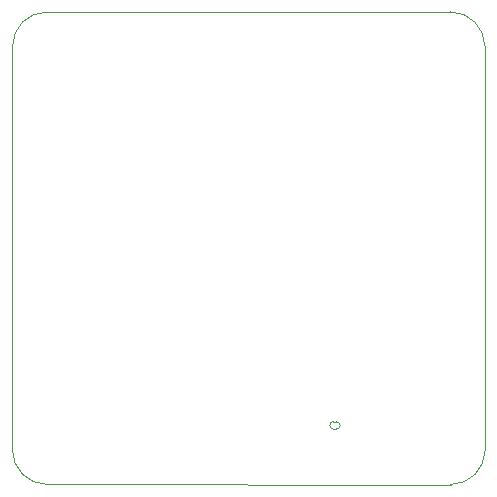
<source format=gbr>
%TF.GenerationSoftware,KiCad,Pcbnew,(6.0.2)*%
%TF.CreationDate,2022-04-11T15:07:28+02:00*%
%TF.ProjectId,V3,56332e6b-6963-4616-945f-706362585858,rev?*%
%TF.SameCoordinates,Original*%
%TF.FileFunction,Profile,NP*%
%FSLAX46Y46*%
G04 Gerber Fmt 4.6, Leading zero omitted, Abs format (unit mm)*
G04 Created by KiCad (PCBNEW (6.0.2)) date 2022-04-11 15:07:28*
%MOMM*%
%LPD*%
G01*
G04 APERTURE LIST*
%TA.AperFunction,Profile*%
%ADD10C,0.100000*%
%TD*%
%TA.AperFunction,Profile*%
%ADD11C,0.010000*%
%TD*%
G04 APERTURE END LIST*
D10*
X106514915Y-141599246D02*
X140700000Y-141615475D01*
X143599804Y-104514745D02*
G75*
G03*
X140684329Y-101599270I-2915475J0D01*
G01*
X106513349Y-101601522D02*
G75*
G03*
X103597874Y-104516997I0J-2915475D01*
G01*
X143615475Y-138700000D02*
X143599804Y-104514745D01*
X103599440Y-138683771D02*
X103597874Y-104516997D01*
X140700000Y-141615475D02*
G75*
G03*
X143615475Y-138700000I0J2915475D01*
G01*
X103599440Y-138683771D02*
G75*
G03*
X106514915Y-141599246I2915475J0D01*
G01*
X140684329Y-101599270D02*
X106513349Y-101601522D01*
D11*
%TO.C,J1*%
X130775000Y-136285000D02*
X131025000Y-136285000D01*
X131340000Y-136600000D02*
G75*
G03*
X131025000Y-136285000I-315000J0D01*
G01*
X131025000Y-136915000D02*
G75*
G03*
X131340000Y-136600000I0J315000D01*
G01*
X131025000Y-136915000D02*
X130775000Y-136915000D01*
X130460000Y-136600000D02*
G75*
G03*
X130775000Y-136915000I315000J0D01*
G01*
X130775000Y-136285000D02*
G75*
G03*
X130460000Y-136600000I0J-315000D01*
G01*
%TD*%
M02*

</source>
